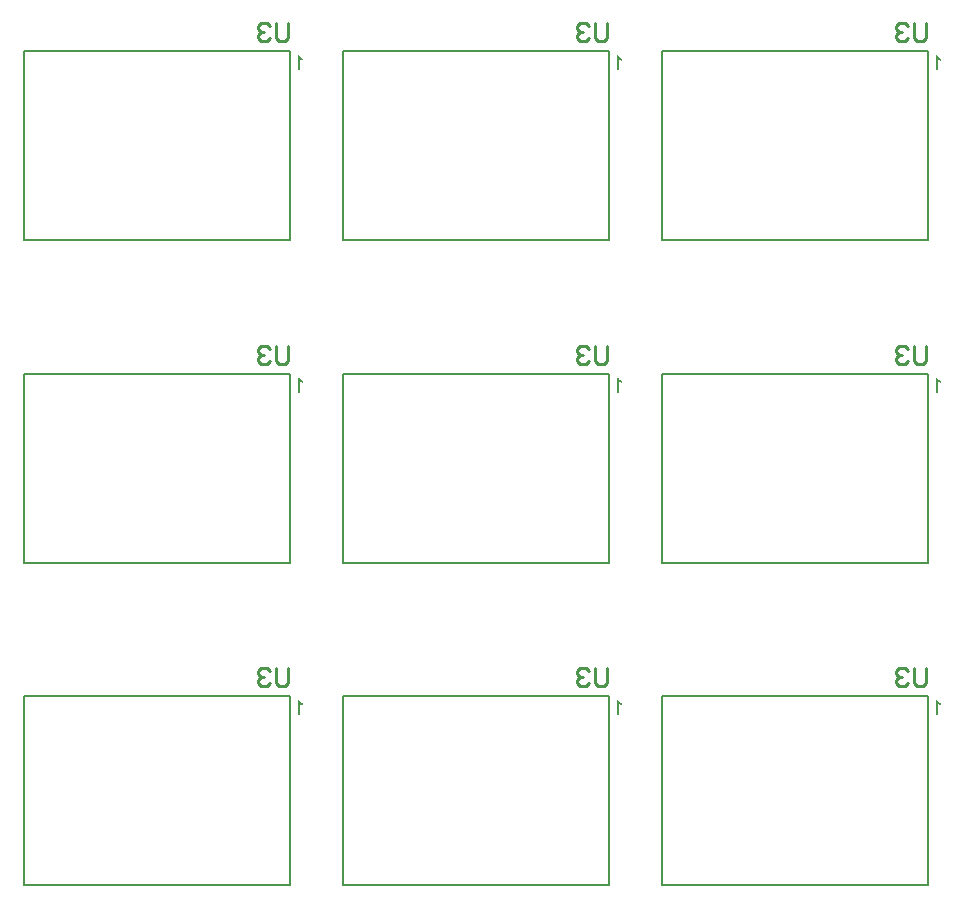
<source format=gbo>
G04 Layer_Color=65535*
%FSLAX24Y24*%
%MOIN*%
G70*
G01*
G75*
%ADD37C,0.0100*%
%ADD60C,0.0080*%
G36*
X31123Y30210D02*
X31131Y30198D01*
X31140Y30187D01*
X31150Y30177D01*
X31158Y30168D01*
X31161Y30165D01*
X31164Y30162D01*
X31167Y30159D01*
X31169Y30157D01*
X31170Y30156D01*
X31171Y30156D01*
X31185Y30144D01*
X31201Y30133D01*
X31216Y30123D01*
X31230Y30114D01*
X31236Y30111D01*
X31242Y30107D01*
X31247Y30104D01*
X31251Y30102D01*
X31255Y30100D01*
X31258Y30099D01*
X31259Y30098D01*
X31260Y30098D01*
Y30039D01*
X31249Y30043D01*
X31238Y30048D01*
X31227Y30054D01*
X31217Y30059D01*
X31209Y30063D01*
X31205Y30065D01*
X31202Y30067D01*
X31199Y30068D01*
X31197Y30069D01*
X31196Y30070D01*
X31196D01*
X31183Y30078D01*
X31172Y30086D01*
X31161Y30093D01*
X31153Y30099D01*
X31146Y30105D01*
X31141Y30109D01*
X31139Y30111D01*
X31138Y30112D01*
Y29724D01*
X31077D01*
Y30223D01*
X31116D01*
X31123Y30210D01*
D02*
G37*
G36*
X20493D02*
X20501Y30198D01*
X20510Y30187D01*
X20520Y30177D01*
X20528Y30168D01*
X20531Y30165D01*
X20534Y30162D01*
X20537Y30159D01*
X20539Y30157D01*
X20540Y30156D01*
X20541Y30156D01*
X20555Y30144D01*
X20571Y30133D01*
X20586Y30123D01*
X20600Y30114D01*
X20606Y30111D01*
X20612Y30107D01*
X20617Y30104D01*
X20621Y30102D01*
X20625Y30100D01*
X20628Y30099D01*
X20629Y30098D01*
X20630Y30098D01*
Y30039D01*
X20619Y30043D01*
X20608Y30048D01*
X20597Y30054D01*
X20587Y30059D01*
X20579Y30063D01*
X20575Y30065D01*
X20572Y30067D01*
X20569Y30068D01*
X20568Y30069D01*
X20566Y30070D01*
X20566D01*
X20553Y30078D01*
X20542Y30086D01*
X20531Y30093D01*
X20523Y30099D01*
X20516Y30105D01*
X20512Y30109D01*
X20509Y30111D01*
X20508Y30112D01*
Y29724D01*
X20447D01*
Y30223D01*
X20486D01*
X20493Y30210D01*
D02*
G37*
G36*
X9863D02*
X9871Y30198D01*
X9881Y30187D01*
X9890Y30177D01*
X9898Y30168D01*
X9902Y30165D01*
X9904Y30162D01*
X9907Y30159D01*
X9909Y30157D01*
X9910Y30156D01*
X9911Y30156D01*
X9925Y30144D01*
X9941Y30133D01*
X9956Y30123D01*
X9970Y30114D01*
X9976Y30111D01*
X9982Y30107D01*
X9987Y30104D01*
X9991Y30102D01*
X9995Y30100D01*
X9998Y30099D01*
X9999Y30098D01*
X10000Y30098D01*
Y30039D01*
X9989Y30043D01*
X9978Y30048D01*
X9967Y30054D01*
X9958Y30059D01*
X9949Y30063D01*
X9945Y30065D01*
X9942Y30067D01*
X9939Y30068D01*
X9938Y30069D01*
X9937Y30070D01*
X9936D01*
X9923Y30078D01*
X9912Y30086D01*
X9902Y30093D01*
X9893Y30099D01*
X9886Y30105D01*
X9882Y30109D01*
X9879Y30111D01*
X9878Y30112D01*
Y29724D01*
X9817D01*
Y30223D01*
X9856D01*
X9863Y30210D01*
D02*
G37*
G36*
X31123Y19462D02*
X31131Y19450D01*
X31140Y19439D01*
X31150Y19429D01*
X31158Y19420D01*
X31161Y19417D01*
X31164Y19414D01*
X31167Y19411D01*
X31169Y19409D01*
X31170Y19408D01*
X31171Y19408D01*
X31185Y19395D01*
X31201Y19385D01*
X31216Y19375D01*
X31230Y19366D01*
X31236Y19363D01*
X31242Y19359D01*
X31247Y19356D01*
X31251Y19354D01*
X31255Y19352D01*
X31258Y19351D01*
X31259Y19350D01*
X31260Y19350D01*
Y19291D01*
X31249Y19295D01*
X31238Y19300D01*
X31227Y19306D01*
X31217Y19310D01*
X31209Y19315D01*
X31205Y19317D01*
X31202Y19319D01*
X31199Y19320D01*
X31197Y19321D01*
X31196Y19322D01*
X31196D01*
X31183Y19330D01*
X31172Y19338D01*
X31161Y19345D01*
X31153Y19351D01*
X31146Y19357D01*
X31141Y19361D01*
X31139Y19363D01*
X31138Y19364D01*
Y18976D01*
X31077D01*
Y19475D01*
X31116D01*
X31123Y19462D01*
D02*
G37*
G36*
X20493D02*
X20501Y19450D01*
X20510Y19439D01*
X20520Y19429D01*
X20528Y19420D01*
X20531Y19417D01*
X20534Y19414D01*
X20537Y19411D01*
X20539Y19409D01*
X20540Y19408D01*
X20541Y19408D01*
X20555Y19395D01*
X20571Y19385D01*
X20586Y19375D01*
X20600Y19366D01*
X20606Y19363D01*
X20612Y19359D01*
X20617Y19356D01*
X20621Y19354D01*
X20625Y19352D01*
X20628Y19351D01*
X20629Y19350D01*
X20630Y19350D01*
Y19291D01*
X20619Y19295D01*
X20608Y19300D01*
X20597Y19306D01*
X20587Y19310D01*
X20579Y19315D01*
X20575Y19317D01*
X20572Y19319D01*
X20569Y19320D01*
X20568Y19321D01*
X20566Y19322D01*
X20566D01*
X20553Y19330D01*
X20542Y19338D01*
X20531Y19345D01*
X20523Y19351D01*
X20516Y19357D01*
X20512Y19361D01*
X20509Y19363D01*
X20508Y19364D01*
Y18976D01*
X20447D01*
Y19475D01*
X20486D01*
X20493Y19462D01*
D02*
G37*
G36*
X9863D02*
X9871Y19450D01*
X9881Y19439D01*
X9890Y19429D01*
X9898Y19420D01*
X9902Y19417D01*
X9904Y19414D01*
X9907Y19411D01*
X9909Y19409D01*
X9910Y19408D01*
X9911Y19408D01*
X9925Y19395D01*
X9941Y19385D01*
X9956Y19375D01*
X9970Y19366D01*
X9976Y19363D01*
X9982Y19359D01*
X9987Y19356D01*
X9991Y19354D01*
X9995Y19352D01*
X9998Y19351D01*
X9999Y19350D01*
X10000Y19350D01*
Y19291D01*
X9989Y19295D01*
X9978Y19300D01*
X9967Y19306D01*
X9958Y19310D01*
X9949Y19315D01*
X9945Y19317D01*
X9942Y19319D01*
X9939Y19320D01*
X9938Y19321D01*
X9937Y19322D01*
X9936D01*
X9923Y19330D01*
X9912Y19338D01*
X9902Y19345D01*
X9893Y19351D01*
X9886Y19357D01*
X9882Y19361D01*
X9879Y19363D01*
X9878Y19364D01*
Y18976D01*
X9817D01*
Y19475D01*
X9856D01*
X9863Y19462D01*
D02*
G37*
G36*
X31123Y8714D02*
X31131Y8702D01*
X31140Y8691D01*
X31150Y8681D01*
X31158Y8672D01*
X31161Y8669D01*
X31164Y8666D01*
X31167Y8663D01*
X31169Y8661D01*
X31170Y8660D01*
X31171Y8660D01*
X31185Y8647D01*
X31201Y8637D01*
X31216Y8626D01*
X31230Y8618D01*
X31236Y8615D01*
X31242Y8611D01*
X31247Y8608D01*
X31251Y8606D01*
X31255Y8604D01*
X31258Y8603D01*
X31259Y8602D01*
X31260Y8602D01*
Y8543D01*
X31249Y8547D01*
X31238Y8552D01*
X31227Y8558D01*
X31217Y8562D01*
X31209Y8567D01*
X31205Y8569D01*
X31202Y8571D01*
X31199Y8572D01*
X31197Y8573D01*
X31196Y8574D01*
X31196D01*
X31183Y8582D01*
X31172Y8590D01*
X31161Y8597D01*
X31153Y8603D01*
X31146Y8609D01*
X31141Y8612D01*
X31139Y8615D01*
X31138Y8616D01*
Y8228D01*
X31077D01*
Y8727D01*
X31116D01*
X31123Y8714D01*
D02*
G37*
G36*
X20493D02*
X20501Y8702D01*
X20510Y8691D01*
X20520Y8681D01*
X20528Y8672D01*
X20531Y8669D01*
X20534Y8666D01*
X20537Y8663D01*
X20539Y8661D01*
X20540Y8660D01*
X20541Y8660D01*
X20555Y8647D01*
X20571Y8637D01*
X20586Y8626D01*
X20600Y8618D01*
X20606Y8615D01*
X20612Y8611D01*
X20617Y8608D01*
X20621Y8606D01*
X20625Y8604D01*
X20628Y8603D01*
X20629Y8602D01*
X20630Y8602D01*
Y8543D01*
X20619Y8547D01*
X20608Y8552D01*
X20597Y8558D01*
X20587Y8562D01*
X20579Y8567D01*
X20575Y8569D01*
X20572Y8571D01*
X20569Y8572D01*
X20568Y8573D01*
X20566Y8574D01*
X20566D01*
X20553Y8582D01*
X20542Y8590D01*
X20531Y8597D01*
X20523Y8603D01*
X20516Y8609D01*
X20512Y8612D01*
X20509Y8615D01*
X20508Y8616D01*
Y8228D01*
X20447D01*
Y8727D01*
X20486D01*
X20493Y8714D01*
D02*
G37*
G36*
X9863D02*
X9871Y8702D01*
X9881Y8691D01*
X9890Y8681D01*
X9898Y8672D01*
X9902Y8669D01*
X9904Y8666D01*
X9907Y8663D01*
X9909Y8661D01*
X9910Y8660D01*
X9911Y8660D01*
X9925Y8647D01*
X9941Y8637D01*
X9956Y8626D01*
X9970Y8618D01*
X9976Y8615D01*
X9982Y8611D01*
X9987Y8608D01*
X9991Y8606D01*
X9995Y8604D01*
X9998Y8603D01*
X9999Y8602D01*
X10000Y8602D01*
Y8543D01*
X9989Y8547D01*
X9978Y8552D01*
X9967Y8558D01*
X9958Y8562D01*
X9949Y8567D01*
X9945Y8569D01*
X9942Y8571D01*
X9939Y8572D01*
X9938Y8573D01*
X9937Y8574D01*
X9936D01*
X9923Y8582D01*
X9912Y8590D01*
X9902Y8597D01*
X9893Y8603D01*
X9886Y8609D01*
X9882Y8612D01*
X9879Y8615D01*
X9878Y8616D01*
Y8228D01*
X9817D01*
Y8727D01*
X9856D01*
X9863Y8714D01*
D02*
G37*
D37*
X9482Y9798D02*
Y9299D01*
X9383Y9199D01*
X9183D01*
X9083Y9299D01*
Y9798D01*
X8883Y9698D02*
X8783Y9798D01*
X8583D01*
X8483Y9698D01*
Y9598D01*
X8583Y9498D01*
X8683D01*
X8583D01*
X8483Y9399D01*
Y9299D01*
X8583Y9199D01*
X8783D01*
X8883Y9299D01*
X20112Y9798D02*
Y9299D01*
X20012Y9199D01*
X19813D01*
X19713Y9299D01*
Y9798D01*
X19513Y9698D02*
X19413Y9798D01*
X19213D01*
X19113Y9698D01*
Y9598D01*
X19213Y9498D01*
X19313D01*
X19213D01*
X19113Y9399D01*
Y9299D01*
X19213Y9199D01*
X19413D01*
X19513Y9299D01*
X30742Y9798D02*
Y9299D01*
X30642Y9199D01*
X30442D01*
X30342Y9299D01*
Y9798D01*
X30143Y9698D02*
X30043Y9798D01*
X29843D01*
X29743Y9698D01*
Y9598D01*
X29843Y9498D01*
X29943D01*
X29843D01*
X29743Y9399D01*
Y9299D01*
X29843Y9199D01*
X30043D01*
X30143Y9299D01*
X9482Y20546D02*
Y20047D01*
X9383Y19947D01*
X9183D01*
X9083Y20047D01*
Y20546D01*
X8883Y20446D02*
X8783Y20546D01*
X8583D01*
X8483Y20446D01*
Y20346D01*
X8583Y20247D01*
X8683D01*
X8583D01*
X8483Y20147D01*
Y20047D01*
X8583Y19947D01*
X8783D01*
X8883Y20047D01*
X20112Y20546D02*
Y20047D01*
X20012Y19947D01*
X19813D01*
X19713Y20047D01*
Y20546D01*
X19513Y20446D02*
X19413Y20546D01*
X19213D01*
X19113Y20446D01*
Y20346D01*
X19213Y20247D01*
X19313D01*
X19213D01*
X19113Y20147D01*
Y20047D01*
X19213Y19947D01*
X19413D01*
X19513Y20047D01*
X30742Y20546D02*
Y20047D01*
X30642Y19947D01*
X30442D01*
X30342Y20047D01*
Y20546D01*
X30143Y20446D02*
X30043Y20546D01*
X29843D01*
X29743Y20446D01*
Y20346D01*
X29843Y20247D01*
X29943D01*
X29843D01*
X29743Y20147D01*
Y20047D01*
X29843Y19947D01*
X30043D01*
X30143Y20047D01*
X9482Y31294D02*
Y30795D01*
X9383Y30695D01*
X9183D01*
X9083Y30795D01*
Y31294D01*
X8883Y31194D02*
X8783Y31294D01*
X8583D01*
X8483Y31194D01*
Y31095D01*
X8583Y30995D01*
X8683D01*
X8583D01*
X8483Y30895D01*
Y30795D01*
X8583Y30695D01*
X8783D01*
X8883Y30795D01*
X20112Y31294D02*
Y30795D01*
X20012Y30695D01*
X19813D01*
X19713Y30795D01*
Y31294D01*
X19513Y31194D02*
X19413Y31294D01*
X19213D01*
X19113Y31194D01*
Y31095D01*
X19213Y30995D01*
X19313D01*
X19213D01*
X19113Y30895D01*
Y30795D01*
X19213Y30695D01*
X19413D01*
X19513Y30795D01*
X30742Y31294D02*
Y30795D01*
X30642Y30695D01*
X30442D01*
X30342Y30795D01*
Y31294D01*
X30143Y31194D02*
X30043Y31294D01*
X29843D01*
X29743Y31194D01*
Y31095D01*
X29843Y30995D01*
X29943D01*
X29843D01*
X29743Y30895D01*
Y30795D01*
X29843Y30695D01*
X30043D01*
X30143Y30795D01*
D60*
X9547Y2559D02*
Y8858D01*
X689Y2559D02*
X9547D01*
X689D02*
Y8858D01*
X9547D01*
X20177Y2559D02*
Y8858D01*
X11319Y2559D02*
X20177D01*
X11319D02*
Y8858D01*
X20177D01*
X30807Y2559D02*
Y8858D01*
X21949Y2559D02*
X30807D01*
X21949D02*
Y8858D01*
X30807D01*
X9547Y13307D02*
Y19606D01*
X689Y13307D02*
X9547D01*
X689D02*
Y19606D01*
X9547D01*
X20177Y13307D02*
Y19606D01*
X11319Y13307D02*
X20177D01*
X11319D02*
Y19606D01*
X20177D01*
X30807Y13307D02*
Y19606D01*
X21949Y13307D02*
X30807D01*
X21949D02*
Y19606D01*
X30807D01*
X9547Y24055D02*
Y30354D01*
X689Y24055D02*
X9547D01*
X689D02*
Y30354D01*
X9547D01*
X20177Y24055D02*
Y30354D01*
X11319Y24055D02*
X20177D01*
X11319D02*
Y30354D01*
X20177D01*
X30807Y24055D02*
Y30354D01*
X21949Y24055D02*
X30807D01*
X21949D02*
Y30354D01*
X30807D01*
M02*

</source>
